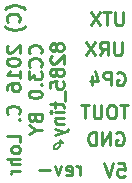
<source format=gbo>
G04 (created by PCBNEW (2013-jul-07)-stable) date Sun 10 Jul 2016 07:30:01 PM EDT*
%MOIN*%
G04 Gerber Fmt 3.4, Leading zero omitted, Abs format*
%FSLAX34Y34*%
G01*
G70*
G90*
G04 APERTURE LIST*
%ADD10C,0.00590551*%
%ADD11C,0.01125*%
%ADD12C,0.00787402*%
%ADD13C,0.01*%
G04 APERTURE END LIST*
G54D10*
G54D11*
X20674Y-19582D02*
X20674Y-19282D01*
X20674Y-19367D02*
X20653Y-19325D01*
X20632Y-19303D01*
X20589Y-19282D01*
X20546Y-19282D01*
X20225Y-19560D02*
X20267Y-19582D01*
X20353Y-19582D01*
X20396Y-19560D01*
X20417Y-19517D01*
X20417Y-19346D01*
X20396Y-19303D01*
X20353Y-19282D01*
X20267Y-19282D01*
X20225Y-19303D01*
X20203Y-19346D01*
X20203Y-19389D01*
X20417Y-19432D01*
X20053Y-19282D02*
X19946Y-19582D01*
X19839Y-19282D01*
X19667Y-19410D02*
X19325Y-19410D01*
G54D12*
X19900Y-18700D02*
X19800Y-18700D01*
X20000Y-18600D02*
X19900Y-18700D01*
X20000Y-18500D02*
X20000Y-18600D01*
X20100Y-18500D02*
X20000Y-18500D01*
X20000Y-18400D02*
X20100Y-18500D01*
X20000Y-18500D02*
X20000Y-18400D01*
X19900Y-18500D02*
X20000Y-18500D01*
X19800Y-18600D02*
X19900Y-18500D01*
X19800Y-18700D02*
X19800Y-18600D01*
G54D13*
X18853Y-14039D02*
X18832Y-14018D01*
X18767Y-13976D01*
X18725Y-13955D01*
X18660Y-13934D01*
X18553Y-13913D01*
X18467Y-13913D01*
X18360Y-13934D01*
X18296Y-13955D01*
X18253Y-13976D01*
X18189Y-14018D01*
X18167Y-14039D01*
X18639Y-14458D02*
X18660Y-14437D01*
X18682Y-14374D01*
X18682Y-14332D01*
X18660Y-14269D01*
X18617Y-14227D01*
X18575Y-14206D01*
X18489Y-14185D01*
X18425Y-14185D01*
X18339Y-14206D01*
X18296Y-14227D01*
X18253Y-14269D01*
X18232Y-14332D01*
X18232Y-14374D01*
X18253Y-14437D01*
X18275Y-14458D01*
X18853Y-14604D02*
X18832Y-14625D01*
X18767Y-14667D01*
X18725Y-14688D01*
X18660Y-14709D01*
X18553Y-14730D01*
X18467Y-14730D01*
X18360Y-14709D01*
X18296Y-14688D01*
X18253Y-14667D01*
X18189Y-14625D01*
X18167Y-14604D01*
X18275Y-15254D02*
X18253Y-15275D01*
X18232Y-15317D01*
X18232Y-15421D01*
X18253Y-15463D01*
X18275Y-15484D01*
X18317Y-15505D01*
X18360Y-15505D01*
X18425Y-15484D01*
X18682Y-15233D01*
X18682Y-15505D01*
X18232Y-15778D02*
X18232Y-15820D01*
X18253Y-15861D01*
X18275Y-15882D01*
X18317Y-15903D01*
X18403Y-15924D01*
X18510Y-15924D01*
X18596Y-15903D01*
X18639Y-15882D01*
X18660Y-15861D01*
X18682Y-15820D01*
X18682Y-15778D01*
X18660Y-15736D01*
X18639Y-15715D01*
X18596Y-15694D01*
X18510Y-15673D01*
X18403Y-15673D01*
X18317Y-15694D01*
X18275Y-15715D01*
X18253Y-15736D01*
X18232Y-15778D01*
X18682Y-16343D02*
X18682Y-16092D01*
X18682Y-16218D02*
X18232Y-16218D01*
X18296Y-16176D01*
X18339Y-16134D01*
X18360Y-16092D01*
X18232Y-16720D02*
X18232Y-16637D01*
X18253Y-16595D01*
X18275Y-16574D01*
X18339Y-16532D01*
X18425Y-16511D01*
X18596Y-16511D01*
X18639Y-16532D01*
X18660Y-16553D01*
X18682Y-16595D01*
X18682Y-16679D01*
X18660Y-16720D01*
X18639Y-16741D01*
X18596Y-16762D01*
X18489Y-16762D01*
X18446Y-16741D01*
X18425Y-16720D01*
X18403Y-16679D01*
X18403Y-16595D01*
X18425Y-16553D01*
X18446Y-16532D01*
X18489Y-16511D01*
X18639Y-17538D02*
X18660Y-17517D01*
X18682Y-17454D01*
X18682Y-17412D01*
X18660Y-17349D01*
X18617Y-17307D01*
X18575Y-17286D01*
X18489Y-17265D01*
X18425Y-17265D01*
X18339Y-17286D01*
X18296Y-17307D01*
X18253Y-17349D01*
X18232Y-17412D01*
X18232Y-17454D01*
X18253Y-17517D01*
X18275Y-17538D01*
X18639Y-17726D02*
X18660Y-17747D01*
X18682Y-17726D01*
X18660Y-17705D01*
X18639Y-17726D01*
X18682Y-17726D01*
X18682Y-18480D02*
X18682Y-18271D01*
X18232Y-18271D01*
X18682Y-18690D02*
X18660Y-18648D01*
X18639Y-18627D01*
X18596Y-18606D01*
X18467Y-18606D01*
X18425Y-18627D01*
X18403Y-18648D01*
X18382Y-18690D01*
X18382Y-18753D01*
X18403Y-18795D01*
X18425Y-18816D01*
X18467Y-18837D01*
X18596Y-18837D01*
X18639Y-18816D01*
X18660Y-18795D01*
X18682Y-18753D01*
X18682Y-18690D01*
X18682Y-19025D02*
X18232Y-19025D01*
X18682Y-19214D02*
X18446Y-19214D01*
X18403Y-19193D01*
X18382Y-19151D01*
X18382Y-19088D01*
X18403Y-19046D01*
X18425Y-19025D01*
X18682Y-19423D02*
X18382Y-19423D01*
X18467Y-19423D02*
X18425Y-19444D01*
X18403Y-19465D01*
X18382Y-19507D01*
X18382Y-19549D01*
X19369Y-15516D02*
X19390Y-15495D01*
X19412Y-15432D01*
X19412Y-15390D01*
X19390Y-15327D01*
X19347Y-15285D01*
X19305Y-15264D01*
X19219Y-15243D01*
X19155Y-15243D01*
X19069Y-15264D01*
X19026Y-15285D01*
X18983Y-15327D01*
X18962Y-15390D01*
X18962Y-15432D01*
X18983Y-15495D01*
X19005Y-15516D01*
X19369Y-15956D02*
X19390Y-15935D01*
X19412Y-15872D01*
X19412Y-15830D01*
X19390Y-15767D01*
X19347Y-15725D01*
X19305Y-15704D01*
X19219Y-15683D01*
X19155Y-15683D01*
X19069Y-15704D01*
X19026Y-15725D01*
X18983Y-15767D01*
X18962Y-15830D01*
X18962Y-15872D01*
X18983Y-15935D01*
X19005Y-15956D01*
X18962Y-16102D02*
X18962Y-16375D01*
X19133Y-16228D01*
X19133Y-16291D01*
X19155Y-16333D01*
X19176Y-16354D01*
X19219Y-16375D01*
X19326Y-16375D01*
X19369Y-16354D01*
X19390Y-16333D01*
X19412Y-16291D01*
X19412Y-16165D01*
X19390Y-16123D01*
X19369Y-16102D01*
X19369Y-16563D02*
X19390Y-16584D01*
X19412Y-16563D01*
X19390Y-16542D01*
X19369Y-16563D01*
X19412Y-16563D01*
X18962Y-16857D02*
X18962Y-16899D01*
X18983Y-16940D01*
X19005Y-16961D01*
X19047Y-16982D01*
X19133Y-17003D01*
X19240Y-17003D01*
X19326Y-16982D01*
X19369Y-16961D01*
X19390Y-16940D01*
X19412Y-16899D01*
X19412Y-16857D01*
X19390Y-16815D01*
X19369Y-16794D01*
X19326Y-16773D01*
X19240Y-16752D01*
X19133Y-16752D01*
X19047Y-16773D01*
X19005Y-16794D01*
X18983Y-16815D01*
X18962Y-16857D01*
X19176Y-17674D02*
X19197Y-17737D01*
X19219Y-17758D01*
X19262Y-17779D01*
X19326Y-17779D01*
X19369Y-17758D01*
X19390Y-17737D01*
X19412Y-17695D01*
X19412Y-17527D01*
X18962Y-17527D01*
X18962Y-17674D01*
X18983Y-17716D01*
X19005Y-17737D01*
X19047Y-17758D01*
X19090Y-17758D01*
X19133Y-17737D01*
X19155Y-17716D01*
X19176Y-17674D01*
X19176Y-17527D01*
X19197Y-18051D02*
X19412Y-18051D01*
X18962Y-17904D02*
X19197Y-18051D01*
X18962Y-18198D01*
X19885Y-15264D02*
X19863Y-15222D01*
X19842Y-15201D01*
X19799Y-15180D01*
X19777Y-15180D01*
X19735Y-15201D01*
X19713Y-15222D01*
X19692Y-15264D01*
X19692Y-15348D01*
X19713Y-15390D01*
X19735Y-15411D01*
X19777Y-15432D01*
X19799Y-15432D01*
X19842Y-15411D01*
X19863Y-15390D01*
X19885Y-15348D01*
X19885Y-15264D01*
X19906Y-15222D01*
X19927Y-15201D01*
X19970Y-15180D01*
X20056Y-15180D01*
X20099Y-15201D01*
X20120Y-15222D01*
X20142Y-15264D01*
X20142Y-15348D01*
X20120Y-15390D01*
X20099Y-15411D01*
X20056Y-15432D01*
X19970Y-15432D01*
X19927Y-15411D01*
X19906Y-15390D01*
X19885Y-15348D01*
X19735Y-15600D02*
X19713Y-15620D01*
X19692Y-15662D01*
X19692Y-15767D01*
X19713Y-15809D01*
X19735Y-15830D01*
X19777Y-15851D01*
X19820Y-15851D01*
X19885Y-15830D01*
X20142Y-15579D01*
X20142Y-15851D01*
X19885Y-16102D02*
X19863Y-16060D01*
X19842Y-16040D01*
X19799Y-16019D01*
X19777Y-16019D01*
X19735Y-16040D01*
X19713Y-16060D01*
X19692Y-16102D01*
X19692Y-16186D01*
X19713Y-16228D01*
X19735Y-16249D01*
X19777Y-16270D01*
X19799Y-16270D01*
X19842Y-16249D01*
X19863Y-16228D01*
X19885Y-16186D01*
X19885Y-16102D01*
X19906Y-16060D01*
X19927Y-16040D01*
X19970Y-16019D01*
X20056Y-16019D01*
X20099Y-16040D01*
X20120Y-16060D01*
X20142Y-16102D01*
X20142Y-16186D01*
X20120Y-16228D01*
X20099Y-16249D01*
X20056Y-16270D01*
X19970Y-16270D01*
X19927Y-16249D01*
X19906Y-16228D01*
X19885Y-16186D01*
X19692Y-16668D02*
X19692Y-16459D01*
X19906Y-16438D01*
X19885Y-16459D01*
X19863Y-16500D01*
X19863Y-16605D01*
X19885Y-16647D01*
X19906Y-16668D01*
X19949Y-16689D01*
X20056Y-16689D01*
X20099Y-16668D01*
X20120Y-16647D01*
X20142Y-16605D01*
X20142Y-16500D01*
X20120Y-16459D01*
X20099Y-16438D01*
X20185Y-16773D02*
X20185Y-17108D01*
X19842Y-17150D02*
X19842Y-17318D01*
X19692Y-17213D02*
X20077Y-17213D01*
X20120Y-17234D01*
X20142Y-17276D01*
X20142Y-17318D01*
X20142Y-17464D02*
X19842Y-17464D01*
X19692Y-17464D02*
X19713Y-17443D01*
X19735Y-17464D01*
X19713Y-17485D01*
X19692Y-17464D01*
X19735Y-17464D01*
X19842Y-17674D02*
X20142Y-17674D01*
X19885Y-17674D02*
X19863Y-17695D01*
X19842Y-17737D01*
X19842Y-17800D01*
X19863Y-17841D01*
X19906Y-17862D01*
X20142Y-17862D01*
X19842Y-18030D02*
X20142Y-18135D01*
X19842Y-18240D02*
X20142Y-18135D01*
X20249Y-18093D01*
X20270Y-18072D01*
X20292Y-18030D01*
G54D11*
X22114Y-14132D02*
X22114Y-14496D01*
X22092Y-14539D01*
X22071Y-14560D01*
X22028Y-14582D01*
X21942Y-14582D01*
X21899Y-14560D01*
X21878Y-14539D01*
X21857Y-14496D01*
X21857Y-14132D01*
X21707Y-14132D02*
X21449Y-14132D01*
X21578Y-14582D02*
X21578Y-14132D01*
X21342Y-14132D02*
X21042Y-14582D01*
X21042Y-14132D02*
X21342Y-14582D01*
X22067Y-15132D02*
X22067Y-15496D01*
X22046Y-15539D01*
X22025Y-15560D01*
X21982Y-15582D01*
X21896Y-15582D01*
X21853Y-15560D01*
X21832Y-15539D01*
X21810Y-15496D01*
X21810Y-15132D01*
X21339Y-15582D02*
X21489Y-15367D01*
X21596Y-15582D02*
X21596Y-15132D01*
X21425Y-15132D01*
X21382Y-15153D01*
X21360Y-15175D01*
X21339Y-15217D01*
X21339Y-15282D01*
X21360Y-15325D01*
X21382Y-15346D01*
X21425Y-15367D01*
X21596Y-15367D01*
X21189Y-15132D02*
X20889Y-15582D01*
X20889Y-15132D02*
X21189Y-15582D01*
X21921Y-16153D02*
X21964Y-16132D01*
X22028Y-16132D01*
X22092Y-16153D01*
X22135Y-16196D01*
X22157Y-16239D01*
X22178Y-16325D01*
X22178Y-16389D01*
X22157Y-16475D01*
X22135Y-16517D01*
X22092Y-16560D01*
X22028Y-16582D01*
X21985Y-16582D01*
X21921Y-16560D01*
X21899Y-16539D01*
X21899Y-16389D01*
X21985Y-16389D01*
X21707Y-16582D02*
X21707Y-16132D01*
X21535Y-16132D01*
X21492Y-16153D01*
X21471Y-16175D01*
X21449Y-16217D01*
X21449Y-16282D01*
X21471Y-16325D01*
X21492Y-16346D01*
X21535Y-16367D01*
X21707Y-16367D01*
X21064Y-16282D02*
X21064Y-16582D01*
X21171Y-16110D02*
X21278Y-16432D01*
X20999Y-16432D01*
X22271Y-17232D02*
X22014Y-17232D01*
X22142Y-17682D02*
X22142Y-17232D01*
X21778Y-17232D02*
X21692Y-17232D01*
X21650Y-17253D01*
X21607Y-17296D01*
X21585Y-17382D01*
X21585Y-17532D01*
X21607Y-17617D01*
X21650Y-17660D01*
X21692Y-17682D01*
X21778Y-17682D01*
X21821Y-17660D01*
X21864Y-17617D01*
X21885Y-17532D01*
X21885Y-17382D01*
X21864Y-17296D01*
X21821Y-17253D01*
X21778Y-17232D01*
X21392Y-17232D02*
X21392Y-17596D01*
X21371Y-17639D01*
X21350Y-17660D01*
X21307Y-17682D01*
X21221Y-17682D01*
X21178Y-17660D01*
X21157Y-17639D01*
X21135Y-17596D01*
X21135Y-17232D01*
X20985Y-17232D02*
X20728Y-17232D01*
X20857Y-17682D02*
X20857Y-17232D01*
X21892Y-18153D02*
X21935Y-18132D01*
X22000Y-18132D01*
X22064Y-18153D01*
X22107Y-18196D01*
X22128Y-18239D01*
X22150Y-18325D01*
X22150Y-18389D01*
X22128Y-18475D01*
X22107Y-18517D01*
X22064Y-18560D01*
X22000Y-18582D01*
X21957Y-18582D01*
X21892Y-18560D01*
X21871Y-18539D01*
X21871Y-18389D01*
X21957Y-18389D01*
X21678Y-18582D02*
X21678Y-18132D01*
X21421Y-18582D01*
X21421Y-18132D01*
X21207Y-18582D02*
X21207Y-18132D01*
X21099Y-18132D01*
X21035Y-18153D01*
X20992Y-18196D01*
X20971Y-18239D01*
X20949Y-18325D01*
X20949Y-18389D01*
X20971Y-18475D01*
X20992Y-18517D01*
X21035Y-18560D01*
X21099Y-18582D01*
X21207Y-18582D01*
X21935Y-19182D02*
X22149Y-19182D01*
X22171Y-19396D01*
X22149Y-19375D01*
X22107Y-19353D01*
X21999Y-19353D01*
X21957Y-19375D01*
X21935Y-19396D01*
X21914Y-19439D01*
X21914Y-19546D01*
X21935Y-19589D01*
X21957Y-19610D01*
X21999Y-19632D01*
X22107Y-19632D01*
X22149Y-19610D01*
X22171Y-19589D01*
X21785Y-19182D02*
X21635Y-19632D01*
X21485Y-19182D01*
M02*

</source>
